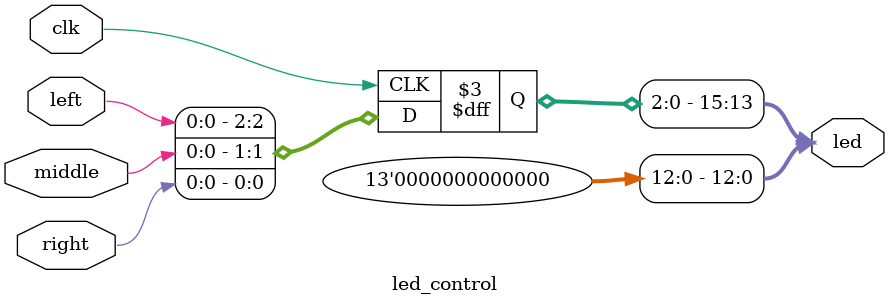
<source format=v>
module led_control(input clk, input left, input middle, input right, output reg [15:0] led = 0);
    always @ (posedge clk) begin
        led[15:13] = {left, middle, right};
    end
endmodule
</source>
